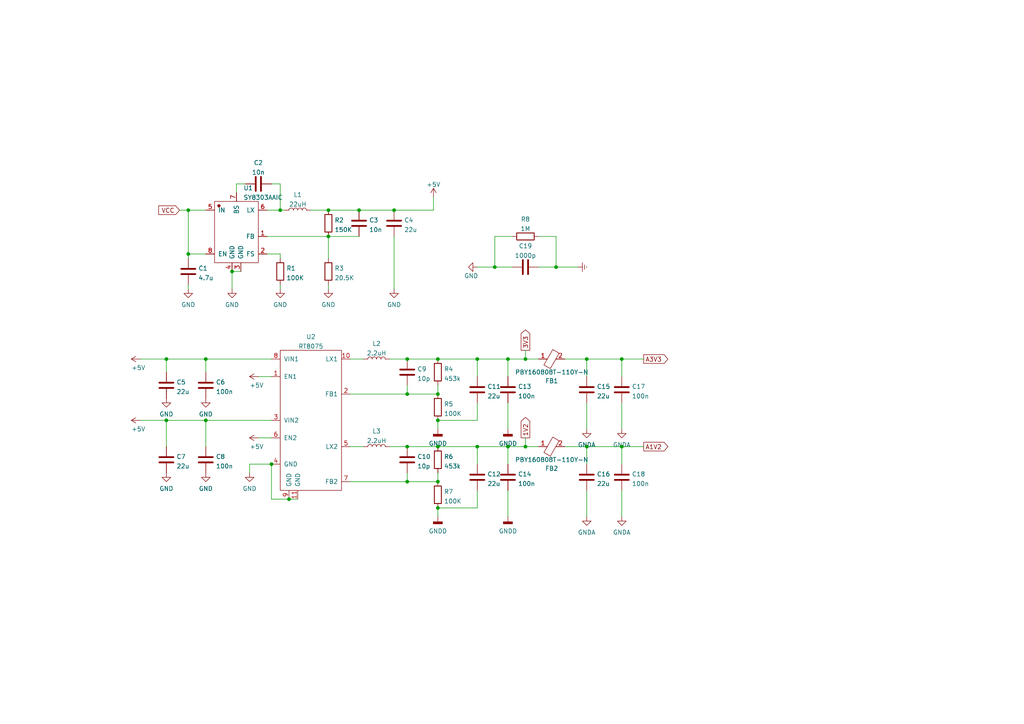
<source format=kicad_sch>
(kicad_sch (version 20211123) (generator eeschema)
  (paper "A4")
  (lib_symbols
    (symbol "Device:C" (pin_numbers hide) (pin_names (offset 0.254))
      (property "Reference" "C" (at 0.635 2.54 0))
      (property "Value" "C" (at 0.635 -2.54 0))
      (symbol "C_0_1"
        (polyline (pts (xy -2.032 -0.762) (xy 2.032 -0.762)) (stroke (width 0.508)))
        (polyline (pts (xy -2.032 0.762) (xy 2.032 0.762)) (stroke (width 0.508)))
      )
      (symbol "C_1_1"
        (pin passive line (at 0 3.81 270) (length 2.794) (name "~") (number "1"))
        (pin passive line (at 0 -3.81 90) (length 2.794) (name "~") (number "2"))
      )
    )
    (symbol "Device:L" (pin_numbers hide) (pin_names (offset 1.016) hide)
      (property "Reference" "L" (at -1.27 0 90))
      (property "Value" "L" (at 1.905 0 90))
      (symbol "L_0_1"
        (arc (start 0 -2.54) (mid 0.635 -1.905) (end 0 -1.27))
        (arc (start 0 -1.27) (mid 0.635 -0.635) (end 0 0))
        (arc (start 0 0) (mid 0.635 0.635) (end 0 1.27))
        (arc (start 0 1.27) (mid 0.635 1.905) (end 0 2.54))
      )
      (symbol "L_1_1"
        (pin passive line (at 0 3.81 270) (length 1.27) (name "1") (number "1"))
        (pin passive line (at 0 -3.81 90) (length 1.27) (name "2") (number "2"))
      )
    )
    (symbol "Device:R" (pin_numbers hide) (pin_names (offset 0))
      (property "Reference" "R" (at 2.032 0 90))
      (property "Value" "R" (at 0 0 90))
      (symbol "R_0_1"
        (rectangle (start -1.016 -2.54) (end 1.016 2.54) (stroke (width 0.254)))
      )
      (symbol "R_1_1"
        (pin passive line (at 0 3.81 270) (length 1.27) (name "~") (number "1"))
        (pin passive line (at 0 -3.81 90) (length 1.27) (name "~") (number "2"))
      )
    )
    (symbol "ECAT:PBY160808T-110Y-N"
      (property "Reference" "FB" (at 0 -5.08 0))
      (property "Value" "PBY160808T-110Y-N" (at 0 3.81 0))
      (symbol "PBY160808T-110Y-N_0_1"
        (polyline (pts (xy -1.4986 -0.4064) (xy -1.524 -0.4064)))
        (polyline (pts (xy 1.0414 -0.4064) (xy 0.9906 -0.4064)))
        (polyline (pts (xy -0.635 -3.175) (xy -2.4892 -2.1082) (xy 0.0762 2.3622) (xy 1.9304 1.27) (xy -0.635 -3.175)))
      )
      (symbol "PBY160808T-110Y-N_1_1"
        (pin passive line (at -4.0386 -0.4064 0) (length 2.54) (name "~") (number "1"))
        (pin passive line (at 3.5814 -0.4064 180) (length 2.54) (name "~") (number "2"))
      )
    )
    (symbol "ECAT:RT8075" (pin_names (offset 1.016))
      (property "Reference" "U?" (at 0 16.51 0))
      (property "Value" "RT8075" (at 0 13.97 0))
      (symbol "RT8075_1_1"
        (rectangle (start -8.89 20.32) (end 8.89 -20.32) (stroke (width 0.1524)))
        (pin input line (at -11.43 12.7 0) (length 2.54) (name "EN1") (number "1"))
        (pin power_out line (at 11.43 17.78 180) (length 2.54) (name "LX1") (number "10"))
        (pin power_in line (at -3.81 -22.86 90) (length 2.54) (name "GND") (number "11"))
        (pin input line (at 11.43 7.62 180) (length 2.54) (name "FB1") (number "2"))
        (pin power_in line (at -11.43 0 0) (length 2.54) (name "VIN2") (number "3"))
        (pin power_in line (at -11.43 -12.7 0) (length 2.54) (name "GND") (number "4"))
        (pin power_out line (at 11.43 -7.62 180) (length 2.54) (name "LX2") (number "5"))
        (pin input line (at -11.43 -5.08 0) (length 2.54) (name "EN2") (number "6"))
        (pin input line (at 11.43 -17.78 180) (length 2.54) (name "FB2") (number "7"))
        (pin power_in line (at -11.43 17.78 0) (length 2.54) (name "VIN1") (number "8"))
        (pin power_in line (at -6.35 -22.86 90) (length 2.54) (name "GND") (number "9"))
      )
    )
    (symbol "ECAT:SY8303AAIC" (pin_names (offset 1.016))
      (property "Reference" "U" (at -5.08 8.89 0))
      (property "Value" "SY8303AAIC" (at 0 2.54 0))
      (symbol "SY8303AAIC_1_1"
        (rectangle (start -6.35 8.89) (end 6.35 -8.89) (stroke (width 0.1524)))
        (circle (center -5.08 7.62) (radius 0.381) (stroke (width 0.1524)) (fill (type outline)))
        (pin input line (at 8.89 -1.27 180) (length 2.54) (name "FB") (number "1"))
        (pin input line (at 8.89 -6.35 180) (length 2.54) (name "FS") (number "2"))
        (pin input line (at 1.27 -11.43 90) (length 2.54) (name "GND") (number "3"))
        (pin input line (at -1.27 -11.43 90) (length 2.54) (name "GND") (number "4"))
        (pin input line (at -8.89 6.35 0) (length 2.54) (name "IN") (number "5"))
        (pin input line (at 8.89 6.35 180) (length 2.54) (name "LX") (number "6"))
        (pin input line (at 0 11.43 270) (length 2.54) (name "BS") (number "7"))
        (pin input line (at -8.89 -6.35 0) (length 2.54) (name "EN") (number "8"))
      )
    )
    (symbol "power:+5V" (power) (pin_names (offset 0))
      (property "Value" "+5V" (at 0 3.556 0))
      (symbol "+5V_0_1"
        (polyline (pts (xy -0.762 1.27) (xy 0 2.54)))
        (polyline (pts (xy 0 0) (xy 0 2.54)))
        (polyline (pts (xy 0 2.54) (xy 0.762 1.27)))
      )
      (symbol "+5V_1_1"
        (pin power_in line (at 0 0 90) (length 0) hide (name "+5V") (number "1"))
      )
    )
    (symbol "power:Earth" (power) (pin_names (offset 0))
      (symbol "Earth_0_1"
        (polyline (pts (xy -0.635 -1.905) (xy 0.635 -1.905)))
        (polyline (pts (xy -0.127 -2.54) (xy 0.127 -2.54)))
        (polyline (pts (xy 0 -1.27) (xy 0 0)))
        (polyline (pts (xy 1.27 -1.27) (xy -1.27 -1.27)))
      )
      (symbol "Earth_1_1"
        (pin power_in line (at 0 0 270) (length 0) hide (name "Earth") (number "1"))
      )
    )
    (symbol "power:GND" (power) (pin_names (offset 0))
      (property "Value" "GND" (at 0 -3.81 0))
      (symbol "GND_0_1"
        (polyline (pts (xy 0 0) (xy 0 -1.27) (xy 1.27 -1.27) (xy 0 -2.54) (xy -1.27 -1.27) (xy 0 -1.27)))
      )
      (symbol "GND_1_1"
        (pin power_in line (at 0 0 270) (length 0) hide (name "GND") (number "1"))
      )
    )
    (symbol "power:GNDA" (power) (pin_names (offset 0))
      (property "Value" "GNDA" (at 0 -3.81 0))
      (symbol "GNDA_0_1"
        (polyline (pts (xy 0 0) (xy 0 -1.27) (xy 1.27 -1.27) (xy 0 -2.54) (xy -1.27 -1.27) (xy 0 -1.27)))
      )
      (symbol "GNDA_1_1"
        (pin power_in line (at 0 0 270) (length 0) hide (name "GNDA") (number "1"))
      )
    )
    (symbol "power:GNDD" (power) (pin_names (offset 0))
      (property "Value" "GNDD" (at 0 -3.175 0))
      (symbol "GNDD_0_1"
        (rectangle (start -1.27 -1.524) (end 1.27 -2.032) (stroke (width 0.254)) (fill (type outline)))
        (polyline (pts (xy 0 0) (xy 0 -1.524)))
      )
      (symbol "GNDD_1_1"
        (pin power_in line (at 0 0 270) (length 0) hide (name "GNDD") (number "1"))
      )
    )
  )
  (junction (at 48.26 104.14))
  (junction (at 59.69 104.14))
  (junction (at 180.34 129.54))
  (junction (at 48.26 121.92))
  (junction (at 118.11 114.3))
  (junction (at 104.14 60.96))
  (junction (at 152.4 129.54))
  (junction (at 59.69 121.92))
  (junction (at 118.11 104.14))
  (junction (at 143.51 77.47))
  (junction (at 54.61 73.66))
  (junction (at 95.25 60.96))
  (junction (at 127 129.54))
  (junction (at 138.43 104.14))
  (junction (at 54.61 60.96))
  (junction (at 127 139.7))
  (junction (at 152.4 104.14))
  (junction (at 147.32 104.14))
  (junction (at 81.28 60.96))
  (junction (at 114.3 60.96))
  (junction (at 127 147.32))
  (junction (at 138.43 129.54))
  (junction (at 127 121.92))
  (junction (at 67.31 78.74))
  (junction (at 118.11 129.54))
  (junction (at 147.32 129.54))
  (junction (at 161.29 77.47))
  (junction (at 170.18 104.14))
  (junction (at 118.11 139.7))
  (junction (at 180.34 104.14))
  (junction (at 83.82 144.78))
  (junction (at 78.74 134.62))
  (junction (at 127 104.14))
  (junction (at 95.25 68.58))
  (junction (at 170.18 129.54))
  (junction (at 127 114.3))
  (wire (pts (xy 67.31 78.74) (xy 67.31 83.82)))
  (wire (pts (xy 78.74 144.78) (xy 78.74 134.62)))
  (wire (pts (xy 170.18 142.24) (xy 170.18 149.86)))
  (wire (pts (xy 95.25 60.96) (xy 104.14 60.96)))
  (wire (pts (xy 101.6 114.3) (xy 118.11 114.3)))
  (wire (pts (xy 78.74 53.34) (xy 81.28 53.34)))
  (wire (pts (xy 138.43 121.92) (xy 127 121.92)))
  (wire (pts (xy 138.43 142.24) (xy 138.43 147.32)))
  (wire (pts (xy 163.83 129.54) (xy 170.18 129.54)))
  (wire (pts (xy 180.34 129.54) (xy 186.69 129.54)))
  (wire (pts (xy 161.29 68.58) (xy 161.29 77.47)))
  (wire (pts (xy 143.51 77.47) (xy 138.43 77.47)))
  (wire (pts (xy 170.18 116.84) (xy 170.18 124.46)))
  (wire (pts (xy 127 137.16) (xy 127 139.7)))
  (wire (pts (xy 81.28 53.34) (xy 81.28 60.96)))
  (wire (pts (xy 147.32 109.22) (xy 147.32 104.14)))
  (wire (pts (xy 180.34 142.24) (xy 180.34 149.86)))
  (wire (pts (xy 152.4 127) (xy 152.4 129.54)))
  (wire (pts (xy 68.58 53.34) (xy 71.12 53.34)))
  (wire (pts (xy 54.61 60.96) (xy 59.69 60.96)))
  (wire (pts (xy 163.83 104.14) (xy 170.18 104.14)))
  (wire (pts (xy 95.25 68.58) (xy 104.14 68.58)))
  (wire (pts (xy 170.18 104.14) (xy 170.18 109.22)))
  (wire (pts (xy 127 111.76) (xy 127 114.3)))
  (wire (pts (xy 125.73 57.15) (xy 125.73 60.96)))
  (wire (pts (xy 81.28 83.82) (xy 81.28 82.55)))
  (wire (pts (xy 78.74 134.62) (xy 72.39 134.62)))
  (wire (pts (xy 59.69 104.14) (xy 59.69 107.95)))
  (wire (pts (xy 161.29 77.47) (xy 167.64 77.47)))
  (wire (pts (xy 147.32 116.84) (xy 147.32 124.46)))
  (wire (pts (xy 101.6 139.7) (xy 118.11 139.7)))
  (wire (pts (xy 54.61 83.82) (xy 54.61 82.55)))
  (wire (pts (xy 180.34 104.14) (xy 186.69 104.14)))
  (wire (pts (xy 114.3 68.58) (xy 114.3 83.82)))
  (wire (pts (xy 40.64 121.92) (xy 48.26 121.92)))
  (wire (pts (xy 118.11 104.14) (xy 127 104.14)))
  (wire (pts (xy 74.93 109.22) (xy 78.74 109.22)))
  (wire (pts (xy 156.21 68.58) (xy 161.29 68.58)))
  (wire (pts (xy 81.28 60.96) (xy 82.55 60.96)))
  (wire (pts (xy 125.73 60.96) (xy 114.3 60.96)))
  (wire (pts (xy 180.34 129.54) (xy 170.18 129.54)))
  (wire (pts (xy 59.69 121.92) (xy 78.74 121.92)))
  (wire (pts (xy 54.61 73.66) (xy 59.69 73.66)))
  (wire (pts (xy 72.39 134.62) (xy 72.39 137.16)))
  (wire (pts (xy 138.43 129.54) (xy 127 129.54)))
  (wire (pts (xy 180.34 116.84) (xy 180.34 124.46)))
  (wire (pts (xy 101.6 129.54) (xy 105.41 129.54)))
  (wire (pts (xy 68.58 55.88) (xy 68.58 53.34)))
  (wire (pts (xy 59.69 104.14) (xy 78.74 104.14)))
  (wire (pts (xy 74.93 127) (xy 78.74 127)))
  (wire (pts (xy 118.11 111.76) (xy 118.11 114.3)))
  (wire (pts (xy 152.4 104.14) (xy 156.21 104.14)))
  (wire (pts (xy 90.17 60.96) (xy 95.25 60.96)))
  (wire (pts (xy 113.03 129.54) (xy 118.11 129.54)))
  (wire (pts (xy 77.47 68.58) (xy 95.25 68.58)))
  (wire (pts (xy 81.28 73.66) (xy 81.28 74.93)))
  (wire (pts (xy 118.11 129.54) (xy 127 129.54)))
  (wire (pts (xy 147.32 104.14) (xy 138.43 104.14)))
  (wire (pts (xy 138.43 147.32) (xy 127 147.32)))
  (wire (pts (xy 118.11 114.3) (xy 127 114.3)))
  (wire (pts (xy 48.26 104.14) (xy 59.69 104.14)))
  (wire (pts (xy 152.4 129.54) (xy 147.32 129.54)))
  (wire (pts (xy 67.31 78.74) (xy 69.85 78.74)))
  (wire (pts (xy 83.82 144.78) (xy 78.74 144.78)))
  (wire (pts (xy 156.21 77.47) (xy 161.29 77.47)))
  (wire (pts (xy 118.11 137.16) (xy 118.11 139.7)))
  (wire (pts (xy 83.82 144.78) (xy 86.36 144.78)))
  (wire (pts (xy 138.43 134.62) (xy 138.43 129.54)))
  (wire (pts (xy 180.34 104.14) (xy 170.18 104.14)))
  (wire (pts (xy 147.32 134.62) (xy 147.32 129.54)))
  (wire (pts (xy 95.25 83.82) (xy 95.25 82.55)))
  (wire (pts (xy 152.4 104.14) (xy 147.32 104.14)))
  (wire (pts (xy 104.14 60.96) (xy 114.3 60.96)))
  (wire (pts (xy 152.4 101.6) (xy 152.4 104.14)))
  (wire (pts (xy 113.03 104.14) (xy 118.11 104.14)))
  (wire (pts (xy 48.26 121.92) (xy 48.26 129.54)))
  (wire (pts (xy 77.47 60.96) (xy 81.28 60.96)))
  (wire (pts (xy 59.69 121.92) (xy 59.69 129.54)))
  (wire (pts (xy 138.43 116.84) (xy 138.43 121.92)))
  (wire (pts (xy 52.07 60.96) (xy 54.61 60.96)))
  (wire (pts (xy 77.47 73.66) (xy 81.28 73.66)))
  (wire (pts (xy 101.6 104.14) (xy 105.41 104.14)))
  (wire (pts (xy 147.32 129.54) (xy 138.43 129.54)))
  (wire (pts (xy 147.32 142.24) (xy 147.32 149.86)))
  (wire (pts (xy 127 147.32) (xy 127 149.86)))
  (wire (pts (xy 48.26 121.92) (xy 59.69 121.92)))
  (wire (pts (xy 95.25 68.58) (xy 95.25 74.93)))
  (wire (pts (xy 118.11 139.7) (xy 127 139.7)))
  (wire (pts (xy 138.43 109.22) (xy 138.43 104.14)))
  (wire (pts (xy 152.4 129.54) (xy 156.21 129.54)))
  (wire (pts (xy 143.51 68.58) (xy 143.51 77.47)))
  (wire (pts (xy 54.61 73.66) (xy 54.61 74.93)))
  (wire (pts (xy 180.34 109.22) (xy 180.34 104.14)))
  (wire (pts (xy 138.43 104.14) (xy 127 104.14)))
  (wire (pts (xy 54.61 60.96) (xy 54.61 73.66)))
  (wire (pts (xy 148.59 68.58) (xy 143.51 68.58)))
  (wire (pts (xy 40.64 104.14) (xy 48.26 104.14)))
  (wire (pts (xy 143.51 77.47) (xy 148.59 77.47)))
  (wire (pts (xy 170.18 129.54) (xy 170.18 134.62)))
  (wire (pts (xy 48.26 104.14) (xy 48.26 107.95)))
  (wire (pts (xy 180.34 134.62) (xy 180.34 129.54)))
  (wire (pts (xy 127 121.92) (xy 127 124.46)))
  (global_label "VCC" (shape input) (at 52.07 60.96 180) (property "Intersheet References" "${INTERSHEET_REFS}" (effects hide)))
  (global_label "A3V3" (shape output) (at 186.69 104.14 0) (property "Intersheet References" "${INTERSHEET_REFS}" (effects hide)))
  (global_label "3V3" (shape output) (at 152.4 101.6 90) (property "Intersheet References" "${INTERSHEET_REFS}" (effects hide)))
  (global_label "1V2" (shape output) (at 152.4 127 90) (property "Intersheet References" "${INTERSHEET_REFS}" (effects hide)))
  (global_label "A1V2" (shape output) (at 186.69 129.54 0) (property "Intersheet References" "${INTERSHEET_REFS}" (effects hide)))
  (symbol (lib_id "Device:C") (at 147.32 138.43 0) (unit 1)
    (property "Reference" "C14" (at 150.241 137.5215 0) (effects (justify left)))
    (property "Value" "100n" (at 150.241 140.2966 0) (effects (justify left)))
    (property "Footprint" "Capacitor_SMD:C_0603_1608Metric" (effects hide))
  )
  (symbol (lib_id "power:GND") (at 95.25 83.82 0) (unit 1)
    (property "Reference" "#PWR0105" (effects hide))
    (property "Value" "GND" (at 95.25 88.3825 0))
  )
  (symbol (lib_id "power:GNDA") (at 170.18 124.46 0) (unit 1)
    (property "Reference" "#PWR0120" (effects hide))
    (property "Value" "GNDA" (at 170.18 129.0225 0))
  )
  (symbol (lib_id "power:GND") (at 48.26 137.16 0) (unit 1)
    (property "Reference" "#PWR0109" (effects hide))
    (property "Value" "GND" (at 48.26 141.7225 0))
  )
  (symbol (lib_id "power:GND") (at 67.31 83.82 0) (unit 1)
    (property "Reference" "#PWR0103" (effects hide))
    (property "Value" "GND" (at 67.31 88.3825 0))
  )
  (symbol (lib_id "power:+5V") (at 40.64 121.92 90) (unit 1)
    (property "Reference" "#PWR0111" (effects hide))
    (property "Value" "+5V" (at 38.1 124.46 90) (effects (justify right)))
  )
  (symbol (lib_id "Device:L") (at 109.22 129.54 90) (unit 1)
    (property "Reference" "L3" (at 109.22 125.0655 90))
    (property "Value" "2.2uH" (at 109.22 127.8406 90))
    (property "Footprint" "Inductor_SMD:L_0805_2012Metric" (effects hide))
  )
  (symbol (lib_id "power:GND") (at 138.43 77.47 270) (unit 1)
    (property "Reference" "#PWR0129" (effects hide))
    (property "Value" "GND" (at 134.62 80.01 90) (effects (justify left)))
  )
  (symbol (lib_id "Device:R") (at 127 143.51 0) (unit 1)
    (property "Reference" "R7" (at 128.778 142.6015 0) (effects (justify left)))
    (property "Value" "100K" (at 128.778 145.3766 0) (effects (justify left)))
    (property "Footprint" "Resistor_SMD:R_0603_1608Metric" (effects hide))
  )
  (symbol (lib_id "Device:R") (at 127 107.95 0) (unit 1)
    (property "Reference" "R4" (at 128.778 107.0415 0) (effects (justify left)))
    (property "Value" "453k" (at 128.778 109.8166 0) (effects (justify left)))
    (property "Footprint" "Resistor_SMD:R_0603_1608Metric" (effects hide))
  )
  (symbol (lib_id "Device:C") (at 118.11 107.95 0) (unit 1)
    (property "Reference" "C9" (at 121.031 107.0415 0) (effects (justify left)))
    (property "Value" "10p" (at 121.031 109.8166 0) (effects (justify left)))
    (property "Footprint" "Capacitor_SMD:C_0603_1608Metric" (effects hide))
  )
  (symbol (lib_id "Device:C") (at 59.69 133.35 180) (unit 1)
    (property "Reference" "C8" (at 62.611 132.4415 0) (effects (justify right)))
    (property "Value" "100n" (at 62.611 135.2166 0) (effects (justify right)))
    (property "Footprint" "Capacitor_SMD:C_0603_1608Metric" (effects hide))
  )
  (symbol (lib_id "Device:C") (at 59.69 111.76 180) (unit 1)
    (property "Reference" "C6" (at 62.611 110.8515 0) (effects (justify right)))
    (property "Value" "100n" (at 62.611 113.6266 0) (effects (justify right)))
    (property "Footprint" "Capacitor_SMD:C_0603_1608Metric" (effects hide))
  )
  (symbol (lib_id "power:+5V") (at 125.73 57.15 0) (unit 1)
    (property "Reference" "#PWR0107" (effects hide))
    (property "Value" "+5V" (at 125.73 53.5455 0))
  )
  (symbol (lib_id "power:GND") (at 72.39 137.16 0) (unit 1)
    (property "Reference" "#PWR0116" (effects hide))
    (property "Value" "GND" (at 72.39 141.7225 0))
  )
  (symbol (lib_id "Device:C") (at 48.26 111.76 180) (unit 1)
    (property "Reference" "C5" (at 51.181 110.8515 0) (effects (justify right)))
    (property "Value" "22u" (at 51.181 113.6266 0) (effects (justify right)))
    (property "Footprint" "Capacitor_SMD:C_0603_1608Metric" (effects hide))
  )
  (symbol (lib_id "power:+5V") (at 40.64 104.14 90) (unit 1)
    (property "Reference" "#PWR0113" (effects hide))
    (property "Value" "+5V" (at 38.1 106.68 90) (effects (justify right)))
  )
  (symbol (lib_id "power:GND") (at 54.61 83.82 0) (unit 1)
    (property "Reference" "#PWR0102" (effects hide))
    (property "Value" "GND" (at 54.61 88.3825 0))
  )
  (symbol (lib_id "power:GNDA") (at 180.34 124.46 0) (unit 1)
    (property "Reference" "#PWR0119" (effects hide))
    (property "Value" "GNDA" (at 180.34 129.0225 0))
  )
  (symbol (lib_id "power:+5V") (at 74.93 109.22 90) (unit 1)
    (property "Reference" "#PWR0108" (effects hide))
    (property "Value" "+5V" (at 72.39 111.76 90) (effects (justify right)))
  )
  (symbol (lib_id "Device:C") (at 170.18 138.43 0) (unit 1)
    (property "Reference" "C16" (at 173.101 137.5215 0) (effects (justify left)))
    (property "Value" "22u" (at 173.101 140.2966 0) (effects (justify left)))
    (property "Footprint" "Capacitor_SMD:C_0603_1608Metric" (effects hide))
  )
  (symbol (lib_id "Device:R") (at 127 118.11 0) (unit 1)
    (property "Reference" "R5" (at 128.778 117.2015 0) (effects (justify left)))
    (property "Value" "100K" (at 128.778 119.9766 0) (effects (justify left)))
    (property "Footprint" "Resistor_SMD:R_0603_1608Metric" (effects hide))
  )
  (symbol (lib_id "Device:R") (at 81.28 78.74 0) (unit 1)
    (property "Reference" "R1" (at 83.058 77.8315 0) (effects (justify left)))
    (property "Value" "100K" (at 83.058 80.6066 0) (effects (justify left)))
    (property "Footprint" "Resistor_SMD:R_0603_1608Metric" (effects hide))
  )
  (symbol (lib_id "power:GNDD") (at 127 149.86 0) (unit 1)
    (property "Reference" "#PWR0118" (effects hide))
    (property "Value" "GNDD" (at 127 154.0415 0))
  )
  (symbol (lib_id "Device:L") (at 86.36 60.96 90) (unit 1)
    (property "Reference" "L1" (at 86.36 56.4855 90))
    (property "Value" "22uH" (at 86.36 59.2606 90))
    (property "Footprint" "Inductor_SMD:L_6.3x6.3_H3" (effects hide))
  )
  (symbol (lib_id "ECAT:PBY160808T-110Y-N") (at 160.2486 103.7336 0) (unit 1)
    (property "Reference" "FB1" (at 160.02 110.49 0))
    (property "Value" "PBY160808T-110Y-N" (at 160.02 107.95 0))
    (property "Footprint" "Inductor_SMD:L_0603_1608Metric" (effects hide))
  )
  (symbol (lib_id "ECAT:SY8303AAIC") (at 68.58 67.31 0) (unit 1)
    (property "Reference" "U1" (at 70.5994 54.5043 0) (effects (justify left)))
    (property "Value" "SY8303AAIC" (at 70.5994 57.2794 0) (effects (justify left)))
    (property "Footprint" "EXTRA IC:SOT-23-8_L3.0-W1.7-P0.65-LS2.8-BR" (effects hide))
    (property "SuppliersPartNumber" "C2766086" (effects hide))
  )
  (symbol (lib_id "power:GND") (at 114.3 83.82 0) (unit 1)
    (property "Reference" "#PWR0106" (effects hide))
    (property "Value" "GND" (at 114.3 88.3825 0))
  )
  (symbol (lib_id "power:GND") (at 59.69 115.57 0) (unit 1)
    (property "Reference" "#PWR0114" (effects hide))
    (property "Value" "GND" (at 59.69 120.1325 0))
  )
  (symbol (lib_id "power:GNDA") (at 180.34 149.86 0) (unit 1)
    (property "Reference" "#PWR0123" (effects hide))
    (property "Value" "GNDA" (at 180.34 154.4225 0))
  )
  (symbol (lib_id "power:+5V") (at 74.93 127 90) (unit 1)
    (property "Reference" "#PWR0115" (effects hide))
    (property "Value" "+5V" (at 72.39 129.54 90) (effects (justify right)))
  )
  (symbol (lib_id "Device:C") (at 138.43 138.43 0) (unit 1)
    (property "Reference" "C12" (at 141.351 137.5215 0) (effects (justify left)))
    (property "Value" "22u" (at 141.351 140.2966 0) (effects (justify left)))
    (property "Footprint" "Capacitor_SMD:C_0603_1608Metric" (effects hide))
  )
  (symbol (lib_id "Device:C") (at 118.11 133.35 180) (unit 1)
    (property "Reference" "C10" (at 121.031 132.4415 0) (effects (justify right)))
    (property "Value" "10p" (at 121.031 135.2166 0) (effects (justify right)))
    (property "Footprint" "Capacitor_SMD:C_0603_1608Metric" (effects hide))
  )
  (symbol (lib_id "Device:C") (at 54.61 78.74 0) (unit 1)
    (property "Reference" "C1" (at 57.531 77.8315 0) (effects (justify left)))
    (property "Value" "4.7u" (at 57.531 80.6066 0) (effects (justify left)))
    (property "Footprint" "Capacitor_SMD:C_0603_1608Metric" (effects hide))
  )
  (symbol (lib_id "Device:C") (at 170.18 113.03 0) (unit 1)
    (property "Reference" "C15" (at 173.101 112.1215 0) (effects (justify left)))
    (property "Value" "22u" (at 173.101 114.8966 0) (effects (justify left)))
    (property "Footprint" "Capacitor_SMD:C_0603_1608Metric" (effects hide))
  )
  (symbol (lib_id "power:GNDA") (at 170.18 149.86 0) (unit 1)
    (property "Reference" "#PWR0122" (effects hide))
    (property "Value" "GNDA" (at 170.18 154.4225 0))
  )
  (symbol (lib_id "power:GND") (at 81.28 83.82 0) (unit 1)
    (property "Reference" "#PWR0101" (effects hide))
    (property "Value" "GND" (at 81.28 88.3825 0))
  )
  (symbol (lib_id "power:GND") (at 59.69 137.16 0) (unit 1)
    (property "Reference" "#PWR0110" (effects hide))
    (property "Value" "GND" (at 59.69 141.7225 0))
  )
  (symbol (lib_id "Device:C") (at 74.93 53.34 90) (unit 1)
    (property "Reference" "C2" (at 74.93 47.2145 90))
    (property "Value" "10n" (at 74.93 49.9896 90))
    (property "Footprint" "Capacitor_SMD:C_0603_1608Metric" (effects hide))
  )
  (symbol (lib_id "Device:C") (at 152.4 77.47 270) (unit 1)
    (property "Reference" "C19" (at 152.4 71.3445 90))
    (property "Value" "1000p" (at 152.4 74.1196 90))
    (property "Footprint" "Capacitor_SMD:C_1206_3216Metric" (effects hide))
  )
  (symbol (lib_id "power:Earth") (at 167.64 77.47 90) (unit 1)
    (property "Reference" "#PWR0130" (effects hide))
    (property "Value" "Earth" (effects hide))
  )
  (symbol (lib_id "ECAT:PBY160808T-110Y-N") (at 160.2486 129.1336 0) (unit 1)
    (property "Reference" "FB2" (at 160.02 135.89 0))
    (property "Value" "PBY160808T-110Y-N" (at 160.02 133.35 0))
    (property "Footprint" "Inductor_SMD:L_0603_1608Metric" (effects hide))
  )
  (symbol (lib_id "Device:C") (at 147.32 113.03 0) (unit 1)
    (property "Reference" "C13" (at 150.241 112.1215 0) (effects (justify left)))
    (property "Value" "100n" (at 150.241 114.8966 0) (effects (justify left)))
    (property "Footprint" "Capacitor_SMD:C_0603_1608Metric" (effects hide))
  )
  (symbol (lib_id "power:GND") (at 48.26 115.57 0) (unit 1)
    (property "Reference" "#PWR0112" (effects hide))
    (property "Value" "GND" (at 48.26 120.1325 0))
  )
  (symbol (lib_id "Device:C") (at 138.43 113.03 0) (unit 1)
    (property "Reference" "C11" (at 141.351 112.1215 0) (effects (justify left)))
    (property "Value" "22u" (at 141.351 114.8966 0) (effects (justify left)))
    (property "Footprint" "Capacitor_SMD:C_0603_1608Metric" (effects hide))
  )
  (symbol (lib_id "Device:R") (at 95.25 64.77 0) (unit 1)
    (property "Reference" "R2" (at 97.028 63.8615 0) (effects (justify left)))
    (property "Value" "150K" (at 97.028 66.6366 0) (effects (justify left)))
    (property "Footprint" "Resistor_SMD:R_0603_1608Metric" (effects hide))
  )
  (symbol (lib_id "Device:C") (at 48.26 133.35 180) (unit 1)
    (property "Reference" "C7" (at 51.181 132.4415 0) (effects (justify right)))
    (property "Value" "22u" (at 51.181 135.2166 0) (effects (justify right)))
    (property "Footprint" "Capacitor_SMD:C_0603_1608Metric" (effects hide))
  )
  (symbol (lib_id "Device:C") (at 104.14 64.77 180) (unit 1)
    (property "Reference" "C3" (at 107.061 63.8615 0) (effects (justify right)))
    (property "Value" "10n" (at 107.061 66.6366 0) (effects (justify right)))
    (property "Footprint" "Capacitor_SMD:C_0603_1608Metric" (effects hide))
  )
  (symbol (lib_id "power:GNDD") (at 127 124.46 0) (unit 1)
    (property "Reference" "#PWR0117" (effects hide))
    (property "Value" "GNDD" (at 127 128.6415 0))
  )
  (symbol (lib_id "Device:L") (at 109.22 104.14 90) (unit 1)
    (property "Reference" "L2" (at 109.22 99.6655 90))
    (property "Value" "2.2uH" (at 109.22 102.4406 90))
    (property "Footprint" "Inductor_SMD:L_0805_2012Metric" (effects hide))
  )
  (symbol (lib_id "Device:C") (at 180.34 138.43 0) (unit 1)
    (property "Reference" "C18" (at 183.261 137.5215 0) (effects (justify left)))
    (property "Value" "100n" (at 183.261 140.2966 0) (effects (justify left)))
    (property "Footprint" "Capacitor_SMD:C_0603_1608Metric" (effects hide))
  )
  (symbol (lib_id "Device:R") (at 95.25 78.74 0) (unit 1)
    (property "Reference" "R3" (at 97.028 77.8315 0) (effects (justify left)))
    (property "Value" "20.5K" (at 97.028 80.6066 0) (effects (justify left)))
    (property "Footprint" "Resistor_SMD:R_0603_1608Metric" (effects hide))
  )
  (symbol (lib_id "power:GNDD") (at 147.32 149.86 0) (unit 1)
    (property "Reference" "#PWR0121" (effects hide))
    (property "Value" "GNDD" (at 147.32 154.0415 0))
  )
  (symbol (lib_id "Device:R") (at 127 133.35 0) (unit 1)
    (property "Reference" "R6" (at 128.778 132.4415 0) (effects (justify left)))
    (property "Value" "453k" (at 128.778 135.2166 0) (effects (justify left)))
    (property "Footprint" "Resistor_SMD:R_0603_1608Metric" (effects hide))
  )
  (symbol (lib_id "power:GNDD") (at 147.32 124.46 0) (unit 1)
    (property "Reference" "#PWR0124" (effects hide))
    (property "Value" "GNDD" (at 147.32 128.6415 0))
  )
  (symbol (lib_id "ECAT:RT8075") (at 90.17 121.92 0) (unit 1)
    (property "Reference" "U2" (at 90.17 97.6843 0))
    (property "Value" "RT8075" (at 90.17 100.4594 0))
    (property "Footprint" "EXTRA IC:WDFN-10_L3.0-W3.0-P0.50-BL-EP" (effects hide))
  )
  (symbol (lib_id "Device:C") (at 114.3 64.77 180) (unit 1)
    (property "Reference" "C4" (at 117.221 63.8615 0) (effects (justify right)))
    (property "Value" "22u" (at 117.221 66.6366 0) (effects (justify right)))
    (property "Footprint" "Capacitor_SMD:C_0603_1608Metric" (effects hide))
  )
  (symbol (lib_id "Device:C") (at 180.34 113.03 0) (unit 1)
    (property "Reference" "C17" (at 183.261 112.1215 0) (effects (justify left)))
    (property "Value" "100n" (at 183.261 114.8966 0) (effects (justify left)))
    (property "Footprint" "Capacitor_SMD:C_0603_1608Metric" (effects hide))
  )
  (symbol (lib_id "Device:R") (at 152.4 68.58 90) (unit 1)
    (property "Reference" "R8" (at 152.4 63.5975 90))
    (property "Value" "1M" (at 152.4 66.3726 90))
    (property "Footprint" "Resistor_SMD:R_1206_3216Metric" (effects hide))
  )
)
</source>
